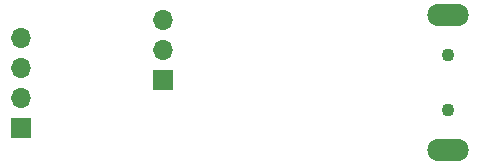
<source format=gbr>
G04 #@! TF.GenerationSoftware,KiCad,Pcbnew,(5.1.10)-1*
G04 #@! TF.CreationDate,2021-06-19T20:54:28+08:00*
G04 #@! TF.ProjectId,ch340,63683334-302e-46b6-9963-61645f706362,rev?*
G04 #@! TF.SameCoordinates,Original*
G04 #@! TF.FileFunction,Soldermask,Bot*
G04 #@! TF.FilePolarity,Negative*
%FSLAX46Y46*%
G04 Gerber Fmt 4.6, Leading zero omitted, Abs format (unit mm)*
G04 Created by KiCad (PCBNEW (5.1.10)-1) date 2021-06-19 20:54:28*
%MOMM*%
%LPD*%
G01*
G04 APERTURE LIST*
%ADD10O,3.500000X1.900000*%
%ADD11C,1.100000*%
%ADD12R,1.700000X1.700000*%
%ADD13O,1.700000X1.700000*%
G04 APERTURE END LIST*
D10*
X169772000Y-94523000D03*
X169772000Y-105923000D03*
D11*
X169772000Y-97923000D03*
X169772000Y-102523000D03*
D12*
X133637000Y-104066000D03*
D13*
X133637000Y-101526000D03*
X133637000Y-98986000D03*
X133637000Y-96446000D03*
D12*
X145577000Y-99979400D03*
D13*
X145577000Y-97439400D03*
X145577000Y-94899400D03*
M02*

</source>
